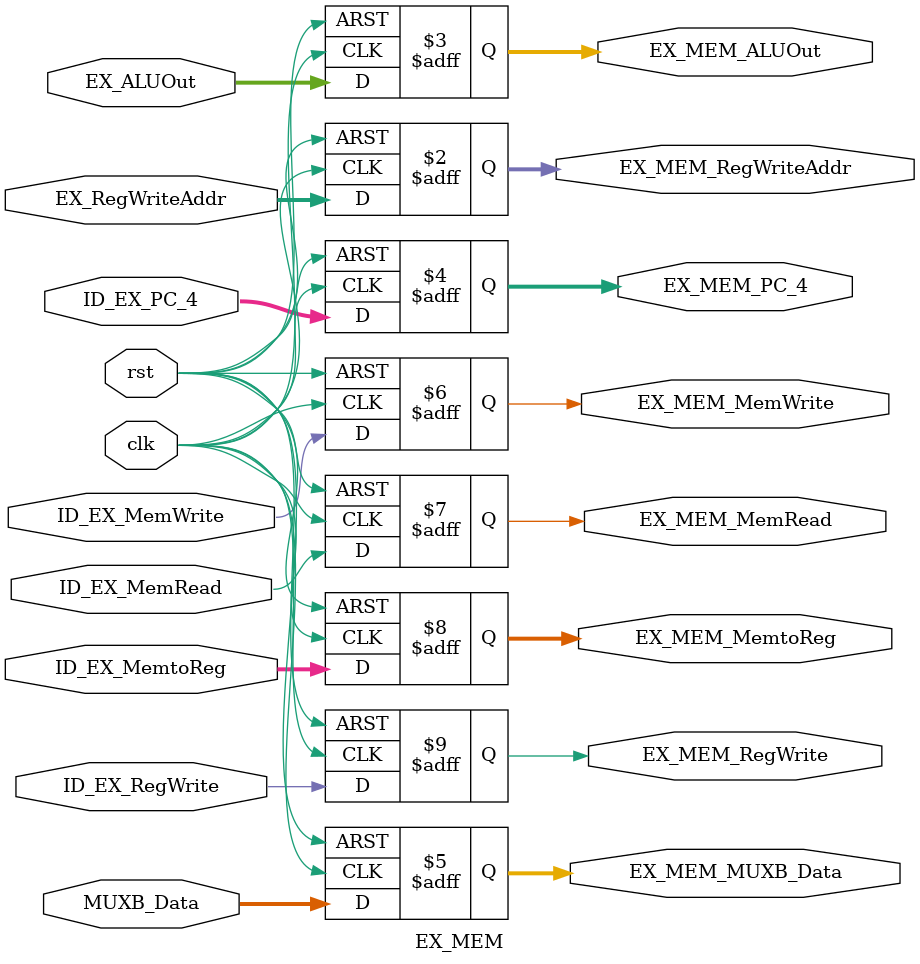
<source format=v>
module EX_MEM (
    input clk,
    input rst,
    input [4:0]EX_RegWriteAddr,
    input [31:0]EX_ALUOut,
    input [31:0]ID_EX_PC_4,
    input [31:0]MUXB_Data,//原来图上画的是把Read_Data_2连过来，现在把MUXB_Data连过来后，就把R型指令后面接SW的情况一并搞定了
    //控制信号
    input ID_EX_MemWrite,
    input ID_EX_MemRead,
    input [1:0]ID_EX_MemtoReg,
    input ID_EX_RegWrite,


    output reg [4:0]EX_MEM_RegWriteAddr,
    output reg [31:0]EX_MEM_ALUOut,
    output reg [31:0]EX_MEM_PC_4,
    output reg [31:0]EX_MEM_MUXB_Data,
    //控制信号
    output reg EX_MEM_MemWrite,
    output reg EX_MEM_MemRead,
    output reg [1:0]EX_MEM_MemtoReg,
    output reg EX_MEM_RegWrite
);

    always@(posedge clk or posedge rst)begin
        if(rst)begin
            EX_MEM_RegWriteAddr<=5'b00000;
            EX_MEM_ALUOut<=32'h00000000;
            EX_MEM_PC_4<=32'h00000000;
            EX_MEM_MUXB_Data<=32'h00000000;

            EX_MEM_MemWrite<=1'b0;
            EX_MEM_MemRead<=1'b0;
            EX_MEM_MemtoReg<=2'b00;
            EX_MEM_RegWrite<=1'b0;
        end

        else begin//正常数据流
            EX_MEM_RegWriteAddr<=EX_RegWriteAddr;
            EX_MEM_ALUOut<=EX_ALUOut;
            EX_MEM_PC_4<=ID_EX_PC_4;
            EX_MEM_MUXB_Data<=MUXB_Data;

            EX_MEM_MemWrite<=ID_EX_MemWrite;
            EX_MEM_MemRead<=ID_EX_MemRead;
            EX_MEM_MemtoReg<=ID_EX_MemtoReg;
            EX_MEM_RegWrite<=ID_EX_RegWrite;
        end
    end    
endmodule
</source>
